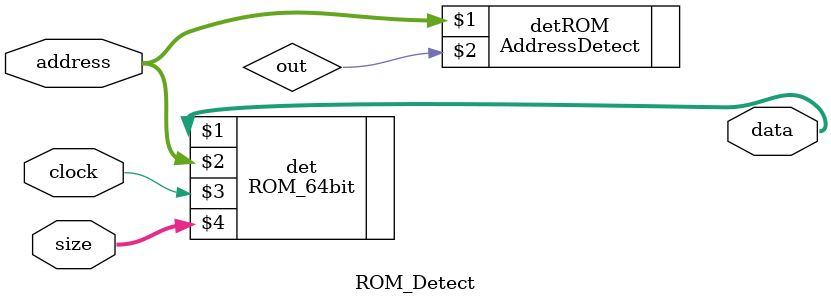
<source format=v>
module ROM_Detect(data, address, clock, size);

parameter ADDR_WIDTH = 8;
output [63:0] data;
input [ADDR_WIDTH-1:0]address;
input clock;
input [1:0]size;

wire out;

AddressDetect detROM(address, out);
ROM_64bit det(data, address, clock, size);


endmodule

</source>
